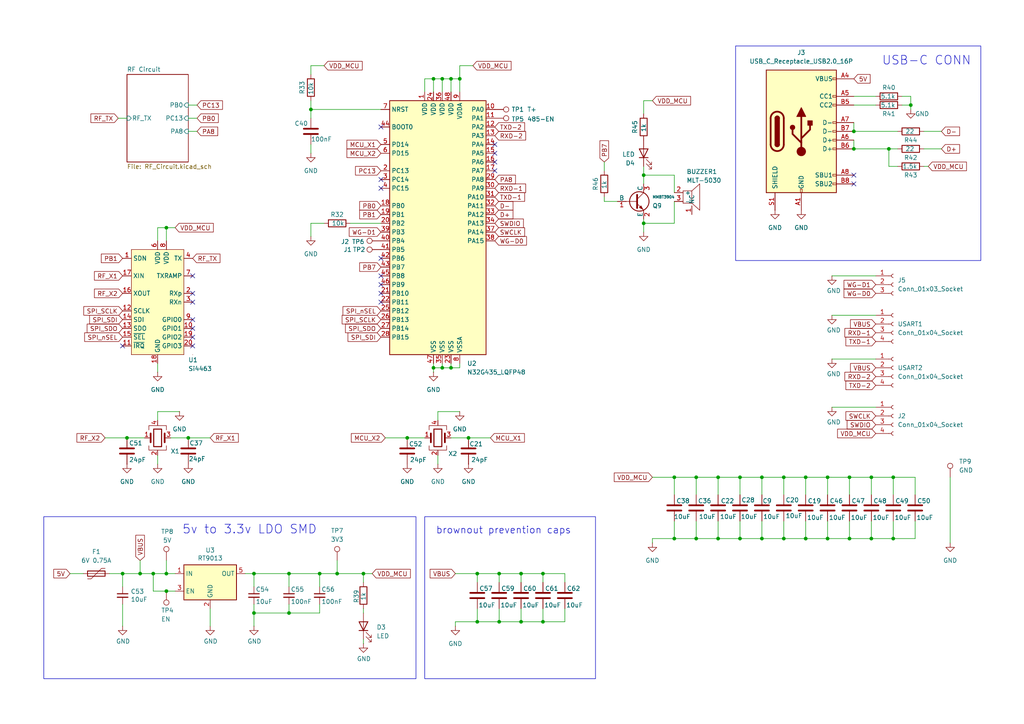
<source format=kicad_sch>
(kicad_sch (version 20250114) (generator "eeschema") (generator_version "9.0")
  (paper "A4")
  (lib_symbols
    (symbol "Connector:Conn_01x03_Socket" (pin_names (offset 1.016) (hide yes))
      (property "Reference" "J" (at 0 5.08 0))
      (property "Value" "Conn_01x03_Socket" (at 0 -5.08 0))
      (symbol "Conn_01x03_Socket_1_1"
        (pin passive line (at -5.08 2.54 0) (length 3.81) (name "Pin_1") (number "1"))
        (pin passive line (at -5.08 0 0) (length 3.81) (name "Pin_2") (number "2"))
        (pin passive line (at -5.08 -2.54 0) (length 3.81) (name "Pin_3") (number "3"))
      )
    )
    (symbol "Connector:Conn_01x04_Socket" (pin_names (offset 1.016) (hide yes))
      (property "Reference" "J" (at 0 5.08 0))
      (property "Value" "Conn_01x04_Socket" (at 0 -7.62 0))
      (symbol "Conn_01x04_Socket_1_1"
        (pin passive line (at -5.08 2.54 0) (length 3.81) (name "Pin_1") (number "1"))
        (pin passive line (at -5.08 0 0) (length 3.81) (name "Pin_2") (number "2"))
        (pin passive line (at -5.08 -2.54 0) (length 3.81) (name "Pin_3") (number "3"))
        (pin passive line (at -5.08 -5.08 0) (length 3.81) (name "Pin_4") (number "4"))
      )
    )
    (symbol "Connector:TestPoint" (pin_numbers (hide yes)) (pin_names (offset 0.762) (hide yes))
      (property "Reference" "TP" (at 0 6.858 0))
      (property "Value" "TestPoint" (at 0 5.08 0))
      (symbol "TestPoint_1_1"
        (pin passive line (at 0 0 90) (length 2.54) (name "1") (number "1"))
      )
    )
    (symbol "Connector:USB_C_Receptacle_USB2.0_16P" (pin_names (offset 1.016))
      (property "Reference" "J" (at 0 22.225 0))
      (property "Value" "USB_C_Receptacle_USB2.0_16P" (at 0 19.685 0))
      (symbol "USB_C_Receptacle_USB2.0_16P_1_1"
        (pin passive line (at -7.62 -22.86 90) (length 5.08) (name "SHIELD") (number "S1"))
        (pin passive line (at 0 -22.86 90) (length 5.08) (name "GND") (number "A1"))
        (pin passive line (at 0 -22.86 90) (length 5.08) (hide yes) (name "GND") (number "A12"))
        (pin passive line (at 0 -22.86 90) (length 5.08) (hide yes) (name "GND") (number "B1"))
        (pin passive line (at 0 -22.86 90) (length 5.08) (hide yes) (name "GND") (number "B12"))
        (pin passive line (at 15.24 15.24 180) (length 5.08) (name "VBUS") (number "A4"))
        (pin passive line (at 15.24 15.24 180) (length 5.08) (hide yes) (name "VBUS") (number "A9"))
        (pin passive line (at 15.24 15.24 180) (length 5.08) (hide yes) (name "VBUS") (number "B4"))
        (pin passive line (at 15.24 15.24 180) (length 5.08) (hide yes) (name "VBUS") (number "B9"))
        (pin bidirectional line (at 15.24 10.16 180) (length 5.08) (name "CC1") (number "A5"))
        (pin bidirectional line (at 15.24 7.62 180) (length 5.08) (name "CC2") (number "B5"))
        (pin bidirectional line (at 15.24 2.54 180) (length 5.08) (name "D-") (number "A7"))
        (pin bidirectional line (at 15.24 0 180) (length 5.08) (name "D-") (number "B7"))
        (pin bidirectional line (at 15.24 -2.54 180) (length 5.08) (name "D+") (number "A6"))
        (pin bidirectional line (at 15.24 -5.08 180) (length 5.08) (name "D+") (number "B6"))
        (pin bidirectional line (at 15.24 -12.7 180) (length 5.08) (name "SBU1") (number "A8"))
        (pin bidirectional line (at 15.24 -15.24 180) (length 5.08) (name "SBU2") (number "B8"))
      )
    )
    (symbol "Device:C" (pin_numbers (hide yes)) (pin_names (offset 0.254))
      (property "Reference" "C" (at 0.635 2.54 0))
      (property "Value" "C" (at 0.635 -2.54 0))
      (symbol "C_1_1"
        (pin passive line (at 0 3.81 270) (length 2.794) (name "~") (number "1"))
        (pin passive line (at 0 -3.81 90) (length 2.794) (name "~") (number "2"))
      )
    )
    (symbol "Device:C_Small" (pin_numbers (hide yes)) (pin_names (offset 0.254) (hide yes))
      (property "Reference" "C" (at 0.254 1.778 0))
      (property "Value" "C_Small" (at 0.254 -2.032 0))
      (symbol "C_Small_1_1"
        (pin passive line (at 0 2.54 270) (length 2.032) (name "~") (number "1"))
        (pin passive line (at 0 -2.54 90) (length 2.032) (name "~") (number "2"))
      )
    )
    (symbol "Device:Crystal_GND24" (pin_names (offset 1.016) (hide yes))
      (property "Reference" "Y" (at 3.175 5.08 0))
      (property "Value" "Crystal_GND24" (at 3.175 3.175 0))
      (symbol "Crystal_GND24_1_1"
        (pin passive line (at -3.81 0 0) (length 1.27) (name "1") (number "1"))
        (pin passive line (at 0 5.08 270) (length 1.27) (name "2") (number "2"))
        (pin passive line (at 0 -5.08 90) (length 1.27) (name "4") (number "4"))
        (pin passive line (at 3.81 0 180) (length 1.27) (name "3") (number "3"))
      )
    )
    (symbol "Device:LED" (pin_numbers (hide yes)) (pin_names (offset 1.016) (hide yes))
      (property "Reference" "D" (at 0 2.54 0))
      (property "Value" "LED" (at 0 -2.54 0))
      (symbol "LED_1_1"
        (pin passive line (at -3.81 0 0) (length 2.54) (name "K") (number "1"))
        (pin passive line (at 3.81 0 180) (length 2.54) (name "A") (number "2"))
      )
    )
    (symbol "Device:Polyfuse" (pin_numbers (hide yes)) (pin_names (offset 0))
      (property "Reference" "F" (at -2.54 0 90))
      (property "Value" "Polyfuse" (at 2.54 0 90))
      (symbol "Polyfuse_1_1"
        (pin passive line (at 0 3.81 270) (length 1.27) (name "~") (number "1"))
        (pin passive line (at 0 -3.81 90) (length 1.27) (name "~") (number "2"))
      )
    )
    (symbol "Device:R" (pin_numbers (hide yes)) (pin_names (offset 0))
      (property "Reference" "R" (at 2.032 0 90))
      (property "Value" "R" (at 0 0 90))
      (symbol "R_1_1"
        (pin passive line (at 0 3.81 270) (length 1.27) (name "~") (number "1"))
        (pin passive line (at 0 -3.81 90) (length 1.27) (name "~") (number "2"))
      )
    )
    (symbol "KLKS:N32G435_LQFP48"
      (property "Reference" "U2" (at 9.7633 -38.1 0))
      (property "Value" "N32G435_LQFP48" (at 9.7633 -40.64 0))
      (symbol "N32G435_LQFP48_1_1"
        (pin input line (at -15.24 35.56 0) (length 2.54) (name "NRST") (number "7"))
        (pin input line (at -15.24 30.48 0) (length 2.54) (name "BOOT0") (number "44"))
        (pin bidirectional line (at -15.24 25.4 0) (length 2.54) (name "PD14") (number "5"))
        (pin bidirectional line (at -15.24 22.86 0) (length 2.54) (name "PD15") (number "6"))
        (pin bidirectional line (at -15.24 17.78 0) (length 2.54) (name "PC13") (number "2"))
        (pin bidirectional line (at -15.24 15.24 0) (length 2.54) (name "PC14") (number "3"))
        (pin bidirectional line (at -15.24 12.7 0) (length 2.54) (name "PC15") (number "4"))
        (pin bidirectional line (at -15.24 7.62 0) (length 2.54) (name "PB0") (number "18"))
        (pin bidirectional line (at -15.24 5.08 0) (length 2.54) (name "PB1") (number "19"))
        (pin bidirectional line (at -15.24 2.54 0) (length 2.54) (name "PB2") (number "20"))
        (pin bidirectional line (at -15.24 0 0) (length 2.54) (name "PB3") (number "39"))
        (pin bidirectional line (at -15.24 -2.54 0) (length 2.54) (name "PB4") (number "40"))
        (pin bidirectional line (at -15.24 -5.08 0) (length 2.54) (name "PB5") (number "41"))
        (pin bidirectional line (at -15.24 -7.62 0) (length 2.54) (name "PB6") (number "42"))
        (pin bidirectional line (at -15.24 -10.16 0) (length 2.54) (name "PB7") (number "43"))
        (pin bidirectional line (at -15.24 -12.7 0) (length 2.54) (name "PB8") (number "45"))
        (pin bidirectional line (at -15.24 -15.24 0) (length 2.54) (name "PB9") (number "46"))
        (pin bidirectional line (at -15.24 -17.78 0) (length 2.54) (name "PB10") (number "21"))
        (pin bidirectional line (at -15.24 -20.32 0) (length 2.54) (name "PB11") (number "22"))
        (pin bidirectional line (at -15.24 -22.86 0) (length 2.54) (name "PB12") (number "25"))
        (pin bidirectional line (at -15.24 -25.4 0) (length 2.54) (name "PB13") (number "26"))
        (pin bidirectional line (at -15.24 -27.94 0) (length 2.54) (name "PB14") (number "27"))
        (pin bidirectional line (at -15.24 -30.48 0) (length 2.54) (name "PB15") (number "28"))
        (pin power_in line (at -2.54 40.64 270) (length 2.54) (name "VDD") (number "1"))
        (pin power_in line (at 0 40.64 270) (length 2.54) (name "VDD") (number "24"))
        (pin passive line (at 0 -38.1 90) (length 2.54) (hide yes) (name "VSS") (number "35"))
        (pin passive line (at 0 -38.1 90) (length 2.54) (hide yes) (name "VSS") (number "47"))
        (pin power_in line (at 0 -38.1 90) (length 2.54) (name "VSS") (number "47"))
        (pin power_in line (at 2.54 40.64 270) (length 2.54) (name "VDD") (number "36"))
        (pin power_in line (at 2.54 -38.1 90) (length 2.54) (name "VSS") (number "35"))
        (pin power_in line (at 5.08 40.64 270) (length 2.54) (name "VDD") (number "48"))
        (pin power_in line (at 5.08 -38.1 90) (length 2.54) (name "VSS") (number "23"))
        (pin power_in line (at 7.62 40.64 270) (length 2.54) (name "VDDA") (number "9"))
        (pin power_in line (at 7.62 -38.1 90) (length 2.54) (name "VSSA") (number "8"))
        (pin bidirectional line (at 17.78 35.56 180) (length 2.54) (name "PA0") (number "10"))
        (pin bidirectional line (at 17.78 33.02 180) (length 2.54) (name "PA1") (number "11"))
        (pin bidirectional line (at 17.78 30.48 180) (length 2.54) (name "PA2") (number "12"))
        (pin bidirectional line (at 17.78 27.94 180) (length 2.54) (name "PA3") (number "13"))
        (pin bidirectional line (at 17.78 25.4 180) (length 2.54) (name "PA4") (number "14"))
        (pin bidirectional line (at 17.78 22.86 180) (length 2.54) (name "PA5") (number "15"))
        (pin bidirectional line (at 17.78 20.32 180) (length 2.54) (name "PA6") (number "16"))
        (pin bidirectional line (at 17.78 17.78 180) (length 2.54) (name "PA7") (number "17"))
        (pin bidirectional line (at 17.78 15.24 180) (length 2.54) (name "PA8") (number "29"))
        (pin bidirectional line (at 17.78 12.7 180) (length 2.54) (name "PA9") (number "30"))
        (pin bidirectional line (at 17.78 10.16 180) (length 2.54) (name "PA10") (number "31"))
        (pin bidirectional line (at 17.78 7.62 180) (length 2.54) (name "PA11") (number "32"))
        (pin bidirectional line (at 17.78 5.08 180) (length 2.54) (name "PA12") (number "33"))
        (pin bidirectional line (at 17.78 2.54 180) (length 2.54) (name "PA13") (number "34"))
        (pin bidirectional line (at 17.78 0 180) (length 2.54) (name "PA14") (number "37"))
        (pin bidirectional line (at 17.78 -2.54 180) (length 2.54) (name "PA15") (number "38"))
      )
    )
    (symbol "LCSC_EasyEDA:MLT-5030"
      (property "Reference" "BUZZER" (at 0 6.35 0))
      (property "Value" "MLT-5030" (at 0 -10.16 0))
      (symbol "MLT-5030_0_1"
        (pin unspecified line (at -3.81 1.27 0) (length 2.54) (name "+") (number "2"))
        (pin unspecified line (at -3.81 -1.27 0) (length 2.54) (name "-") (number "3"))
        (pin unspecified line (at 1.27 -5.08 90) (length 2.54) (name "NC") (number "1"))
      )
    )
    (symbol "PCM_JLCPCB-Transistors:NPN,MMBT3904" (pin_names (offset 0))
      (property "Reference" "Q" (at 4.8514 0.834 0))
      (property "Value" "MMBT3904" (at 4.8514 -1.2122 0))
      (symbol "NPN,MMBT3904_1_1"
        (pin input line (at -5.08 0 0) (length 2.54) (name "B") (number "1"))
        (pin open_collector line (at 2.54 5.08 270) (length 2.54) (name "C") (number "3"))
        (pin open_emitter line (at 2.54 -5.08 90) (length 2.54) (name "E") (number "2"))
      )
    )
    (symbol "RF:Si4463"
      (property "Reference" "U" (at -6.35 16.51 0))
      (property "Value" "Si4463" (at 6.35 16.51 0))
      (symbol "Si4463_1_1"
        (pin input line (at -10.16 12.7 0) (length 2.54) (name "SDN") (number "1"))
        (pin input line (at -10.16 7.62 0) (length 2.54) (name "XIN") (number "17"))
        (pin passive line (at -10.16 2.54 0) (length 2.54) (name "XOUT") (number "16"))
        (pin input line (at -10.16 -2.54 0) (length 2.54) (name "SCLK") (number "12"))
        (pin input line (at -10.16 -5.08 0) (length 2.54) (name "SDI") (number "14"))
        (pin output line (at -10.16 -7.62 0) (length 2.54) (name "SDO") (number "13"))
        (pin input line (at -10.16 -10.16 0) (length 2.54) (name "~{SEL}") (number "15"))
        (pin open_collector line (at -10.16 -12.7 0) (length 2.54) (name "~{IRQ}") (number "11"))
        (pin power_in line (at 0 17.78 270) (length 2.54) (name "VDD") (number "6"))
        (pin power_in line (at 0 -17.78 90) (length 2.54) (name "GND") (number "18"))
        (pin passive line (at 0 -17.78 90) (length 2.54) (hide yes) (name "GND") (number "21"))
        (pin power_in line (at 2.54 17.78 270) (length 2.54) (name "VDD") (number "8"))
        (pin no_connect line (at 7.62 -15.24 180) (length 2.54) (hide yes) (name "NC") (number "5"))
        (pin output line (at 10.16 12.7 180) (length 2.54) (name "TX") (number "4"))
        (pin output line (at 10.16 7.62 180) (length 2.54) (name "TXRAMP") (number "7"))
        (pin input line (at 10.16 2.54 180) (length 2.54) (name "RXp") (number "2"))
        (pin input line (at 10.16 0 180) (length 2.54) (name "RXn") (number "3"))
        (pin bidirectional line (at 10.16 -5.08 180) (length 2.54) (name "GPIO0") (number "9"))
        (pin bidirectional line (at 10.16 -7.62 180) (length 2.54) (name "GPIO1") (number "10"))
        (pin bidirectional line (at 10.16 -10.16 180) (length 2.54) (name "GPIO2") (number "19"))
        (pin bidirectional line (at 10.16 -12.7 180) (length 2.54) (name "GPIO3") (number "20"))
      )
    )
    (symbol "Regulator_Linear:NCV8114ASN120T1G"
      (property "Reference" "U" (at 0 8.89 0))
      (property "Value" "NCV8114ASN120T1G" (at 0 6.35 0))
      (symbol "NCV8114ASN120T1G_1_1"
        (pin power_in line (at -10.16 2.54 0) (length 2.54) (name "IN") (number "1"))
        (pin input line (at -10.16 -2.54 0) (length 2.54) (name "EN") (number "3"))
        (pin power_in line (at 0 -7.62 90) (length 2.54) (name "GND") (number "2"))
        (pin no_connect line (at 7.62 -2.54 180) (length 2.54) (hide yes) (name "NC") (number "4"))
        (pin power_out line (at 10.16 2.54 180) (length 2.54) (name "OUT") (number "5"))
      )
    )
    (symbol "power:GND" (power) (pin_numbers (hide yes)) (pin_names (offset 0) (hide yes))
      (property "Value" "GND" (at 0 -3.81 0))
      (symbol "GND_1_1"
        (pin power_in line (at 0 0 270) (length 0) (name "~") (number "1"))
      )
    )
  )
  (rectangle (start 123.19 149.86) (end 172.72 196.85))
  (rectangle (start 213.36 13.335) (end 284.48 75.565))
  (rectangle (start 12.7 149.86) (end 120.65 196.85))
  (text "5v to 3.3v LDO SMD" (at 72.39 153.67 0) (effects (font (size 2.54 2.54))))
  (text "brownout prevention caps" (at 146.05 153.924 0) (effects (font (size 2 2))))
  (text "USB-C CONN" (at 268.732 17.653 0) (effects (font (size 2.54 2.54))))
  (junction (at 214.63 156.21))
  (junction (at 157.48 166.37))
  (junction (at 83.82 166.37))
  (junction (at 247.65 38.1))
  (junction (at 186.69 64.77))
  (junction (at 227.33 138.43))
  (junction (at 214.63 138.43))
  (junction (at 264.16 30.48))
  (junction (at 186.69 50.8))
  (junction (at 144.78 180.34))
  (junction (at 201.93 138.43))
  (junction (at 73.66 177.8))
  (junction (at 36.83 127))
  (junction (at 240.03 138.43))
  (junction (at 227.33 156.21))
  (junction (at 220.98 138.43))
  (junction (at 48.26 166.37))
  (junction (at 208.28 138.43))
  (junction (at 138.43 166.37))
  (junction (at 252.73 138.43))
  (junction (at 252.73 156.21))
  (junction (at 44.45 166.37))
  (junction (at 135.89 127))
  (junction (at 138.43 180.34))
  (junction (at 246.38 138.43))
  (junction (at 257.81 43.18))
  (junction (at 48.26 66.04))
  (junction (at 208.28 156.21))
  (junction (at 133.35 22.86))
  (junction (at 259.08 156.21))
  (junction (at 83.82 177.8))
  (junction (at 128.27 22.86))
  (junction (at 73.66 166.37))
  (junction (at 92.71 166.37))
  (junction (at 247.65 43.18))
  (junction (at 195.58 138.43))
  (junction (at 240.03 156.21))
  (junction (at 151.13 180.34))
  (junction (at 259.08 138.43))
  (junction (at 125.73 106.68))
  (junction (at 130.81 106.68))
  (junction (at 35.56 166.37))
  (junction (at 130.81 22.86))
  (junction (at 128.27 106.68))
  (junction (at 118.11 127))
  (junction (at 220.98 156.21))
  (junction (at 48.26 171.45))
  (junction (at 233.68 156.21))
  (junction (at 90.17 31.75))
  (junction (at 151.13 166.37))
  (junction (at 144.78 166.37))
  (junction (at 54.61 127))
  (junction (at 201.93 156.21))
  (junction (at 246.38 156.21))
  (junction (at 40.64 166.37))
  (junction (at 195.58 156.21))
  (junction (at 125.73 22.86))
  (junction (at 105.41 166.37))
  (junction (at 97.79 166.37))
  (junction (at 157.48 180.34))
  (junction (at 233.68 138.43))
  (no_connect (at 35.56 100.33))
  (no_connect (at 247.65 53.34))
  (no_connect (at 55.88 92.71))
  (no_connect (at 55.88 80.01))
  (no_connect (at 110.49 80.01))
  (no_connect (at 143.51 46.99))
  (no_connect (at 110.49 74.93))
  (no_connect (at 55.88 100.33))
  (no_connect (at 143.51 49.53))
  (no_connect (at 143.51 44.45))
  (no_connect (at 110.49 36.83))
  (no_connect (at 55.88 95.25))
  (no_connect (at 247.65 50.8))
  (no_connect (at 110.49 87.63))
  (no_connect (at 143.51 41.91))
  (no_connect (at 55.88 97.79))
  (no_connect (at 110.49 52.07))
  (no_connect (at 110.49 54.61))
  (no_connect (at 55.88 87.63))
  (no_connect (at 110.49 82.55))
  (no_connect (at 55.88 85.09))
  (no_connect (at 110.49 85.09))
  (wire (pts (xy 259.08 156.21) (xy 252.73 156.21)))
  (wire (pts (xy 128.27 106.68) (xy 130.81 106.68)))
  (wire (pts (xy 40.64 162.56) (xy 40.64 166.37)))
  (wire (pts (xy 138.43 166.37) (xy 144.78 166.37)))
  (wire (pts (xy 35.56 175.26) (xy 35.56 181.61)))
  (wire (pts (xy 195.58 138.43) (xy 195.58 143.51)))
  (wire (pts (xy 241.3 80.01) (xy 254 80.01)))
  (wire (pts (xy 125.73 107.95) (xy 125.73 106.68)))
  (wire (pts (xy 133.35 119.38) (xy 127 119.38)))
  (wire (pts (xy 247.65 35.56) (xy 247.65 38.1)))
  (wire (pts (xy 227.33 138.43) (xy 220.98 138.43)))
  (wire (pts (xy 151.13 166.37) (xy 157.48 166.37)))
  (wire (pts (xy 92.71 166.37) (xy 97.79 166.37)))
  (wire (pts (xy 261.62 27.94) (xy 264.16 27.94)))
  (wire (pts (xy 93.98 19.05) (xy 90.17 19.05)))
  (wire (pts (xy 240.03 138.43) (xy 233.68 138.43)))
  (wire (pts (xy 35.56 166.37) (xy 40.64 166.37)))
  (wire (pts (xy 128.27 22.86) (xy 125.73 22.86)))
  (wire (pts (xy 52.07 119.38) (xy 45.72 119.38)))
  (wire (pts (xy 157.48 166.37) (xy 163.83 166.37)))
  (wire (pts (xy 227.33 151.13) (xy 227.33 156.21)))
  (wire (pts (xy 60.96 176.53) (xy 60.96 181.61)))
  (wire (pts (xy 128.27 105.41) (xy 128.27 106.68)))
  (wire (pts (xy 133.35 22.86) (xy 133.35 26.67)))
  (wire (pts (xy 214.63 138.43) (xy 208.28 138.43)))
  (wire (pts (xy 105.41 166.37) (xy 105.41 168.91)))
  (wire (pts (xy 241.3 91.44) (xy 254 91.44)))
  (wire (pts (xy 247.65 30.48) (xy 254 30.48)))
  (wire (pts (xy 265.43 143.51) (xy 265.43 138.43)))
  (wire (pts (xy 90.17 29.21) (xy 90.17 31.75)))
  (wire (pts (xy 138.43 166.37) (xy 138.43 168.91)))
  (wire (pts (xy 97.79 162.56) (xy 97.79 166.37)))
  (wire (pts (xy 125.73 22.86) (xy 125.73 26.67)))
  (wire (pts (xy 57.15 30.48) (xy 54.61 30.48)))
  (wire (pts (xy 186.69 29.21) (xy 186.69 33.02)))
  (wire (pts (xy 105.41 176.53) (xy 105.41 177.8)))
  (wire (pts (xy 135.89 127) (xy 142.24 127)))
  (wire (pts (xy 195.58 151.13) (xy 195.58 156.21)))
  (wire (pts (xy 246.38 151.13) (xy 246.38 156.21)))
  (wire (pts (xy 151.13 166.37) (xy 151.13 168.91)))
  (wire (pts (xy 208.28 138.43) (xy 208.28 143.51)))
  (wire (pts (xy 144.78 166.37) (xy 151.13 166.37)))
  (wire (pts (xy 227.33 156.21) (xy 233.68 156.21)))
  (wire (pts (xy 44.45 166.37) (xy 48.26 166.37)))
  (wire (pts (xy 118.11 127) (xy 123.19 127)))
  (wire (pts (xy 265.43 151.13) (xy 265.43 156.21)))
  (wire (pts (xy 125.73 22.86) (xy 123.19 22.86)))
  (wire (pts (xy 195.58 156.21) (xy 201.93 156.21)))
  (wire (pts (xy 233.68 151.13) (xy 233.68 156.21)))
  (wire (pts (xy 107.95 166.37) (xy 105.41 166.37)))
  (wire (pts (xy 30.48 127) (xy 36.83 127)))
  (wire (pts (xy 201.93 138.43) (xy 208.28 138.43)))
  (wire (pts (xy 48.26 166.37) (xy 50.8 166.37)))
  (wire (pts (xy 130.81 22.86) (xy 130.81 26.67)))
  (wire (pts (xy 240.03 143.51) (xy 240.03 138.43)))
  (wire (pts (xy 186.69 63.5) (xy 186.69 64.77)))
  (wire (pts (xy 201.93 156.21) (xy 208.28 156.21)))
  (wire (pts (xy 247.65 43.18) (xy 257.81 43.18)))
  (wire (pts (xy 175.26 46.99) (xy 175.26 49.53)))
  (wire (pts (xy 83.82 175.26) (xy 83.82 177.8)))
  (wire (pts (xy 151.13 176.53) (xy 151.13 180.34)))
  (wire (pts (xy 133.35 105.41) (xy 133.35 106.68)))
  (wire (pts (xy 36.83 34.29) (xy 34.29 34.29)))
  (wire (pts (xy 93.98 64.77) (xy 90.17 64.77)))
  (wire (pts (xy 49.53 127) (xy 54.61 127)))
  (wire (pts (xy 90.17 31.75) (xy 90.17 34.29)))
  (wire (pts (xy 92.71 175.26) (xy 92.71 177.8)))
  (wire (pts (xy 144.78 176.53) (xy 144.78 180.34)))
  (wire (pts (xy 45.72 119.38) (xy 45.72 121.92)))
  (wire (pts (xy 163.83 176.53) (xy 163.83 180.34)))
  (wire (pts (xy 133.35 22.86) (xy 130.81 22.86)))
  (wire (pts (xy 214.63 151.13) (xy 214.63 156.21)))
  (wire (pts (xy 214.63 143.51) (xy 214.63 138.43)))
  (wire (pts (xy 57.15 34.29) (xy 54.61 34.29)))
  (wire (pts (xy 130.81 105.41) (xy 130.81 106.68)))
  (wire (pts (xy 130.81 22.86) (xy 128.27 22.86)))
  (wire (pts (xy 90.17 31.75) (xy 110.49 31.75)))
  (wire (pts (xy 157.48 180.34) (xy 163.83 180.34)))
  (wire (pts (xy 31.75 166.37) (xy 35.56 166.37)))
  (wire (pts (xy 157.48 166.37) (xy 157.48 168.91)))
  (wire (pts (xy 90.17 64.77) (xy 90.17 68.58)))
  (wire (pts (xy 267.97 43.18) (xy 273.05 43.18)))
  (wire (pts (xy 201.93 138.43) (xy 195.58 138.43)))
  (wire (pts (xy 144.78 166.37) (xy 144.78 168.91)))
  (wire (pts (xy 247.65 40.64) (xy 247.65 43.18)))
  (wire (pts (xy 267.97 38.1) (xy 273.05 38.1)))
  (wire (pts (xy 195.58 58.42) (xy 195.58 64.77)))
  (wire (pts (xy 73.66 175.26) (xy 73.66 177.8)))
  (wire (pts (xy 48.26 66.04) (xy 48.26 69.85)))
  (wire (pts (xy 265.43 138.43) (xy 259.08 138.43)))
  (wire (pts (xy 186.69 64.77) (xy 186.69 67.31)))
  (wire (pts (xy 151.13 180.34) (xy 157.48 180.34)))
  (wire (pts (xy 246.38 143.51) (xy 246.38 138.43)))
  (wire (pts (xy 101.6 64.77) (xy 110.49 64.77)))
  (wire (pts (xy 163.83 166.37) (xy 163.83 168.91)))
  (wire (pts (xy 220.98 156.21) (xy 227.33 156.21)))
  (wire (pts (xy 57.15 38.1) (xy 54.61 38.1)))
  (wire (pts (xy 264.16 27.94) (xy 264.16 30.48)))
  (wire (pts (xy 20.32 166.37) (xy 24.13 166.37)))
  (wire (pts (xy 189.23 156.21) (xy 189.23 157.48)))
  (wire (pts (xy 189.23 138.43) (xy 195.58 138.43)))
  (wire (pts (xy 264.16 30.48) (xy 264.16 31.75)))
  (wire (pts (xy 208.28 156.21) (xy 214.63 156.21)))
  (wire (pts (xy 252.73 143.51) (xy 252.73 138.43)))
  (wire (pts (xy 246.38 156.21) (xy 240.03 156.21)))
  (wire (pts (xy 220.98 156.21) (xy 214.63 156.21)))
  (wire (pts (xy 132.08 180.34) (xy 138.43 180.34)))
  (wire (pts (xy 195.58 55.88) (xy 195.58 50.8)))
  (wire (pts (xy 83.82 177.8) (xy 73.66 177.8)))
  (wire (pts (xy 35.56 170.18) (xy 35.56 166.37)))
  (wire (pts (xy 195.58 50.8) (xy 186.69 50.8)))
  (wire (pts (xy 252.73 138.43) (xy 246.38 138.43)))
  (wire (pts (xy 40.64 166.37) (xy 44.45 166.37)))
  (wire (pts (xy 252.73 138.43) (xy 259.08 138.43)))
  (wire (pts (xy 50.8 171.45) (xy 48.26 171.45)))
  (wire (pts (xy 127 132.08) (xy 127 134.62)))
  (wire (pts (xy 240.03 151.13) (xy 240.03 156.21)))
  (wire (pts (xy 73.66 177.8) (xy 73.66 181.61)))
  (wire (pts (xy 260.35 48.26) (xy 257.81 48.26)))
  (wire (pts (xy 90.17 19.05) (xy 90.17 21.59)))
  (wire (pts (xy 45.72 134.62) (xy 45.72 132.08)))
  (wire (pts (xy 111.76 127) (xy 118.11 127)))
  (wire (pts (xy 201.93 151.13) (xy 201.93 156.21)))
  (wire (pts (xy 157.48 176.53) (xy 157.48 180.34)))
  (wire (pts (xy 275.59 138.43) (xy 275.59 157.48)))
  (wire (pts (xy 220.98 143.51) (xy 220.98 138.43)))
  (wire (pts (xy 257.81 48.26) (xy 257.81 43.18)))
  (wire (pts (xy 48.26 66.04) (xy 50.8 66.04)))
  (wire (pts (xy 128.27 22.86) (xy 128.27 26.67)))
  (wire (pts (xy 127 119.38) (xy 127 121.92)))
  (wire (pts (xy 48.26 162.56) (xy 48.26 166.37)))
  (wire (pts (xy 83.82 166.37) (xy 92.71 166.37)))
  (wire (pts (xy 133.35 19.05) (xy 133.35 22.86)))
  (wire (pts (xy 261.62 30.48) (xy 264.16 30.48)))
  (wire (pts (xy 144.78 180.34) (xy 151.13 180.34)))
  (wire (pts (xy 257.81 43.18) (xy 260.35 43.18)))
  (wire (pts (xy 71.12 166.37) (xy 73.66 166.37)))
  (wire (pts (xy 233.68 143.51) (xy 233.68 138.43)))
  (wire (pts (xy 45.72 66.04) (xy 48.26 66.04)))
  (wire (pts (xy 241.3 104.14) (xy 254 104.14)))
  (wire (pts (xy 73.66 166.37) (xy 83.82 166.37)))
  (wire (pts (xy 195.58 64.77) (xy 186.69 64.77)))
  (wire (pts (xy 125.73 106.68) (xy 128.27 106.68)))
  (wire (pts (xy 233.68 138.43) (xy 227.33 138.43)))
  (wire (pts (xy 265.43 156.21) (xy 259.08 156.21)))
  (wire (pts (xy 132.08 166.37) (xy 138.43 166.37)))
  (wire (pts (xy 259.08 143.51) (xy 259.08 138.43)))
  (wire (pts (xy 73.66 170.18) (xy 73.66 166.37)))
  (wire (pts (xy 201.93 143.51) (xy 201.93 138.43)))
  (wire (pts (xy 267.97 48.26) (xy 269.24 48.26)))
  (wire (pts (xy 175.26 58.42) (xy 179.07 58.42)))
  (wire (pts (xy 130.81 127) (xy 135.89 127)))
  (wire (pts (xy 105.41 166.37) (xy 97.79 166.37)))
  (wire (pts (xy 252.73 156.21) (xy 246.38 156.21)))
  (wire (pts (xy 130.81 106.68) (xy 133.35 106.68)))
  (wire (pts (xy 36.83 127) (xy 41.91 127)))
  (wire (pts (xy 247.65 38.1) (xy 260.35 38.1)))
  (wire (pts (xy 45.72 69.85) (xy 45.72 66.04)))
  (wire (pts (xy 105.41 185.42) (xy 105.41 186.69)))
  (wire (pts (xy 186.69 50.8) (xy 186.69 53.34)))
  (wire (pts (xy 240.03 156.21) (xy 233.68 156.21)))
  (wire (pts (xy 132.08 180.34) (xy 132.08 181.61)))
  (wire (pts (xy 241.3 118.11) (xy 254 118.11)))
  (wire (pts (xy 246.38 138.43) (xy 240.03 138.43)))
  (wire (pts (xy 259.08 151.13) (xy 259.08 156.21)))
  (wire (pts (xy 60.96 127) (xy 54.61 127)))
  (wire (pts (xy 208.28 151.13) (xy 208.28 156.21)))
  (wire (pts (xy 83.82 166.37) (xy 83.82 170.18)))
  (wire (pts (xy 44.45 171.45) (xy 48.26 171.45)))
  (wire (pts (xy 45.72 105.41) (xy 45.72 107.95)))
  (wire (pts (xy 189.23 29.21) (xy 186.69 29.21)))
  (wire (pts (xy 220.98 138.43) (xy 214.63 138.43)))
  (wire (pts (xy 138.43 180.34) (xy 144.78 180.34)))
  (wire (pts (xy 92.71 177.8) (xy 83.82 177.8)))
  (wire (pts (xy 186.69 48.26) (xy 186.69 50.8)))
  (wire (pts (xy 220.98 151.13) (xy 220.98 156.21)))
  (wire (pts (xy 189.23 156.21) (xy 195.58 156.21)))
  (wire (pts (xy 44.45 171.45) (xy 44.45 166.37)))
  (wire (pts (xy 125.73 105.41) (xy 125.73 106.68)))
  (wire (pts (xy 252.73 151.13) (xy 252.73 156.21)))
  (wire (pts (xy 175.26 58.42) (xy 175.26 57.15)))
  (wire (pts (xy 90.17 41.91) (xy 90.17 44.45)))
  (wire (pts (xy 137.16 19.05) (xy 133.35 19.05)))
  (wire (pts (xy 227.33 143.51) (xy 227.33 138.43)))
  (wire (pts (xy 247.65 27.94) (xy 254 27.94)))
  (wire (pts (xy 92.71 166.37) (xy 92.71 170.18)))
  (wire (pts (xy 138.43 176.53) (xy 138.43 180.34)))
  (wire (pts (xy 123.19 22.86) (xy 123.19 26.67)))
  (global_label "D+" (shape input) (at 273.05 43.18 0) (property "Intersheetrefs" "${INTERSHEET_REFS}" (effects (hide yes))))
  (global_label "PB0" (shape input) (at 57.15 34.29 0) (property "Intersheetrefs" "${INTERSHEET_REFS}" (effects (hide yes))))
  (global_label "5V" (shape input) (at 247.65 22.86 0) (property "Intersheetrefs" "${INTERSHEET_REFS}" (effects (hide yes))))
  (global_label "RXD-2" (shape input) (at 143.51 39.37 0) (property "Intersheetrefs" "${INTERSHEET_REFS}" (effects (hide yes))))
  (global_label "RF_X2" (shape input) (at 35.56 85.09 180) (property "Intersheetrefs" "${INTERSHEET_REFS}" (effects (hide yes))))
  (global_label "MCU_X1" (shape input) (at 142.24 127 0) (property "Intersheetrefs" "${INTERSHEET_REFS}" (effects (hide yes))))
  (global_label "TXD-1" (shape input) (at 143.51 57.15 0) (property "Intersheetrefs" "${INTERSHEET_REFS}" (effects (hide yes))))
  (global_label "WG-D1" (shape input) (at 254 82.55 180) (property "Intersheetrefs" "${INTERSHEET_REFS}" (effects (hide yes))))
  (global_label "TXD-2" (shape input) (at 143.51 36.83 0) (property "Intersheetrefs" "${INTERSHEET_REFS}" (effects (hide yes))))
  (global_label "SWDIO" (shape input) (at 143.51 64.77 0) (property "Intersheetrefs" "${INTERSHEET_REFS}" (effects (hide yes))))
  (global_label "SPI_SDO" (shape input) (at 35.56 95.25 180) (property "Intersheetrefs" "${INTERSHEET_REFS}" (effects (hide yes))))
  (global_label "5V" (shape input) (at 20.32 166.37 180) (property "Intersheetrefs" "${INTERSHEET_REFS}" (effects (hide yes))))
  (global_label "SWDIO" (shape input) (at 254 123.19 180) (property "Intersheetrefs" "${INTERSHEET_REFS}" (effects (hide yes))))
  (global_label "WG-D1" (shape input) (at 110.49 67.31 180) (property "Intersheetrefs" "${INTERSHEET_REFS}" (effects (hide yes))))
  (global_label "RF_TX" (shape input) (at 34.29 34.29 180) (property "Intersheetrefs" "${INTERSHEET_REFS}" (effects (hide yes))))
  (global_label "RF_TX" (shape input) (at 55.88 74.93 0) (property "Intersheetrefs" "${INTERSHEET_REFS}" (effects (hide yes))))
  (global_label "MCU_X2" (shape input) (at 111.76 127 180) (property "Intersheetrefs" "${INTERSHEET_REFS}" (effects (hide yes))))
  (global_label "PA8" (shape input) (at 143.51 52.07 0) (property "Intersheetrefs" "${INTERSHEET_REFS}" (effects (hide yes))))
  (global_label "RF_X1" (shape input) (at 60.96 127 0) (property "Intersheetrefs" "${INTERSHEET_REFS}" (effects (hide yes))))
  (global_label "VBUS" (shape input) (at 254 106.68 180) (property "Intersheetrefs" "${INTERSHEET_REFS}" (effects (hide yes))))
  (global_label "SPI_nSEL" (shape input) (at 35.56 97.79 180) (property "Intersheetrefs" "${INTERSHEET_REFS}" (effects (hide yes))))
  (global_label "TXD-1" (shape input) (at 254 99.06 180) (property "Intersheetrefs" "${INTERSHEET_REFS}" (effects (hide yes))))
  (global_label "D+" (shape input) (at 143.51 62.23 0) (property "Intersheetrefs" "${INTERSHEET_REFS}" (effects (hide yes))))
  (global_label "PB1" (shape input) (at 35.56 74.93 180) (property "Intersheetrefs" "${INTERSHEET_REFS}" (effects (hide yes))))
  (global_label "RF_X1" (shape input) (at 35.56 80.01 180) (property "Intersheetrefs" "${INTERSHEET_REFS}" (effects (hide yes))))
  (global_label "PB0" (shape input) (at 110.49 59.69 180) (property "Intersheetrefs" "${INTERSHEET_REFS}" (effects (hide yes))))
  (global_label "WG-D0" (shape input) (at 143.51 69.85 0) (property "Intersheetrefs" "${INTERSHEET_REFS}" (effects (hide yes))))
  (global_label "SPI_SDI" (shape input) (at 35.56 92.71 180) (property "Intersheetrefs" "${INTERSHEET_REFS}" (effects (hide yes))))
  (global_label "PB1" (shape input) (at 110.49 62.23 180) (property "Intersheetrefs" "${INTERSHEET_REFS}" (effects (hide yes))))
  (global_label "MCU_X1" (shape input) (at 110.49 41.91 180) (property "Intersheetrefs" "${INTERSHEET_REFS}" (effects (hide yes))))
  (global_label "RXD-1" (shape input) (at 143.51 54.61 0) (property "Intersheetrefs" "${INTERSHEET_REFS}" (effects (hide yes))))
  (global_label "SPI_SCLK" (shape input) (at 110.49 92.71 180) (property "Intersheetrefs" "${INTERSHEET_REFS}" (effects (hide yes))))
  (global_label "RXD-2" (shape input) (at 254 109.22 180) (property "Intersheetrefs" "${INTERSHEET_REFS}" (effects (hide yes))))
  (global_label "PB7" (shape input) (at 175.26 46.99 90) (property "Intersheetrefs" "${INTERSHEET_REFS}" (effects (hide yes))))
  (global_label "VDD_MCU" (shape input) (at 107.95 166.37 0) (property "Intersheetrefs" "${INTERSHEET_REFS}" (effects (hide yes))))
  (global_label "D-" (shape input) (at 273.05 38.1 0) (property "Intersheetrefs" "${INTERSHEET_REFS}" (effects (hide yes))))
  (global_label "PC13" (shape input) (at 110.49 49.53 180) (property "Intersheetrefs" "${INTERSHEET_REFS}" (effects (hide yes))))
  (global_label "VDD_MCU" (shape input) (at 269.24 48.26 0) (property "Intersheetrefs" "${INTERSHEET_REFS}" (effects (hide yes))))
  (global_label "VDD_MCU" (shape input) (at 50.8 66.04 0) (property "Intersheetrefs" "${INTERSHEET_REFS}" (effects (hide yes))))
  (global_label "VDD_MCU" (shape input) (at 189.23 138.43 180) (property "Intersheetrefs" "${INTERSHEET_REFS}" (effects (hide yes))))
  (global_label "SWCLK" (shape input) (at 143.51 67.31 0) (property "Intersheetrefs" "${INTERSHEET_REFS}" (effects (hide yes))))
  (global_label "PA8" (shape input) (at 57.15 38.1 0) (property "Intersheetrefs" "${INTERSHEET_REFS}" (effects (hide yes))))
  (global_label "VDD_MCU" (shape input) (at 189.23 29.21 0) (property "Intersheetrefs" "${INTERSHEET_REFS}" (effects (hide yes))))
  (global_label "SWCLK" (shape input) (at 254 120.65 180) (property "Intersheetrefs" "${INTERSHEET_REFS}" (effects (hide yes))))
  (global_label "SPI_SCLK" (shape input) (at 35.56 90.17 180) (property "Intersheetrefs" "${INTERSHEET_REFS}" (effects (hide yes))))
  (global_label "PB7" (shape input) (at 110.49 77.47 180) (property "Intersheetrefs" "${INTERSHEET_REFS}" (effects (hide yes))))
  (global_label "PC13" (shape input) (at 57.15 30.48 0) (property "Intersheetrefs" "${INTERSHEET_REFS}" (effects (hide yes))))
  (global_label "VDD_MCU" (shape input) (at 93.98 19.05 0) (property "Intersheetrefs" "${INTERSHEET_REFS}" (effects (hide yes))))
  (global_label "SPI_SDO" (shape input) (at 110.49 95.25 180) (property "Intersheetrefs" "${INTERSHEET_REFS}" (effects (hide yes))))
  (global_label "TXD-2" (shape input) (at 254 111.76 180) (property "Intersheetrefs" "${INTERSHEET_REFS}" (effects (hide yes))))
  (global_label "VDD_MCU" (shape input) (at 137.16 19.05 0) (property "Intersheetrefs" "${INTERSHEET_REFS}" (effects (hide yes))))
  (global_label "VBUS" (shape input) (at 40.64 162.56 90) (property "Intersheetrefs" "${INTERSHEET_REFS}" (effects (hide yes))))
  (global_label "SPI_SDI" (shape input) (at 110.49 97.79 180) (property "Intersheetrefs" "${INTERSHEET_REFS}" (effects (hide yes))))
  (global_label "VBUS" (shape input) (at 254 93.98 180) (property "Intersheetrefs" "${INTERSHEET_REFS}" (effects (hide yes))))
  (global_label "SPI_nSEL" (shape input) (at 110.49 90.17 180) (property "Intersheetrefs" "${INTERSHEET_REFS}" (effects (hide yes))))
  (global_label "D-" (shape input) (at 143.51 59.69 0) (property "Intersheetrefs" "${INTERSHEET_REFS}" (effects (hide yes))))
  (global_label "VBUS" (shape input) (at 132.08 166.37 180) (property "Intersheetrefs" "${INTERSHEET_REFS}" (effects (hide yes))))
  (global_label "RF_X2" (shape input) (at 30.48 127 180) (property "Intersheetrefs" "${INTERSHEET_REFS}" (effects (hide yes))))
  (global_label "WG-D0" (shape input) (at 254 85.09 180) (property "Intersheetrefs" "${INTERSHEET_REFS}" (effects (hide yes))))
  (global_label "VDD_MCU" (shape input) (at 254 125.73 180) (property "Intersheetrefs" "${INTERSHEET_REFS}" (effects (hide yes))))
  (global_label "RXD-1" (shape input) (at 254 96.52 180) (property "Intersheetrefs" "${INTERSHEET_REFS}" (effects (hide yes))))
  (global_label "MCU_X2" (shape input) (at 110.49 44.45 180) (property "Intersheetrefs" "${INTERSHEET_REFS}" (effects (hide yes))))
  (symbol (lib_id "Device:Crystal_GND24") (at 45.72 127 0) (mirror x) (unit 1)
    (property "Reference" "X1" (at 50.8 130.8802 0))
    (property "Value" "X322525MOB4SI" (effects (hide yes)))
    (property "Footprint" "PCM_JLCPCB:OSC-SMD_4P-L3.2-W2.5-BL" (effects (hide yes)))
    (property "Description" "Four pin crystal, GND on pins 2 and 4" (effects (hide yes)))
    (property "LCSC" "C9006" (effects (hide yes)))
    (property "Stock" "307445" (effects (hide yes)))
    (property "Price" "0.068USD" (effects (hide yes)))
    (property "Process" "SMT" (effects (hide yes)))
    (property "Minimum Qty" "5" (effects (hide yes)))
    (property "Attrition Qty" "4" (effects (hide yes)))
    (property "Class" "Basic Component" (effects (hide yes)))
    (property "Category" "Crystals/Oscillators/Resonators,Crystals" (effects (hide yes)))
    (property "Manufacturer" "Yangxing Tech" (effects (hide yes)))
    (property "Part" "X322525MOB4SI" (effects (hide yes)))
    (property "Frequency" "30MHz" (effects (hide yes)))
    (property "Frequency Stability" "±20ppm" (effects (hide yes)))
    (property "Operating Temperature" "-40°C~+85°C" (effects (hide yes)))
    (property "Frequency Tolerance" "±10ppm" (effects (hide yes)))
    (property "Crystal Type" "SMD Crystal Resonator" (effects (hide yes)))
    (property "Load Capacitance" "12pF" (effects (hide yes)))
    (property "Normal Temperature Frequency Tolerance" "±10ppm" (effects (hide yes)))
    (property "Type" "Surface Mount Crystal" (effects (hide yes)))
  )
  (symbol (lib_id "Device:R") (at 264.16 43.18 90) (unit 1)
    (property "Reference" "R42" (at 264.16 45.72 90))
    (property "Value" "22" (at 263.906 43.18 90))
    (property "Footprint" "Resistor_SMD:R_0805_2012Metric_Pad1.20x1.40mm_HandSolder" (effects (hide yes)))
    (property "Description" "Resistor" (effects (hide yes)))
  )
  (symbol (lib_id "power:GND") (at 52.07 119.38 0) (unit 1)
    (property "Reference" "#PWR048" (effects (hide yes)))
    (property "Value" "GND" (at 52.07 124.46 0))
    (property "Description" "Power symbol creates a global label with name \"GND\" , ground" (effects (hide yes)))
  )
  (symbol (lib_id "Device:C") (at 135.89 130.81 0) (unit 1)
    (property "Reference" "C21" (at 136.144 128.778 0) (effects (justify left)))
    (property "Value" "24pF" (at 136.652 133.35 0) (effects (justify left)))
    (property "Footprint" "Capacitor_SMD:C_0805_2012Metric_Pad1.18x1.45mm_HandSolder" (effects (hide yes)))
    (property "Description" "Unpolarized capacitor" (effects (hide yes)))
  )
  (symbol (lib_id "power:GND") (at 45.72 134.62 0) (unit 1)
    (property "Reference" "#PWR049" (effects (hide yes)))
    (property "Value" "GND" (at 45.72 139.7 0))
    (property "Description" "Power symbol creates a global label with name \"GND\" , ground" (effects (hide yes)))
  )
  (symbol (lib_id "Device:C") (at 195.58 147.32 0) (unit 1)
    (property "Reference" "C38" (at 198.12 145.288 0))
    (property "Value" "10uF" (at 197.866 149.86 0))
    (property "Footprint" "Capacitor_SMD:C_0805_2012Metric_Pad1.18x1.45mm_HandSolder" (effects (hide yes)))
    (property "Description" "Unpolarized capacitor" (effects (hide yes)))
  )
  (symbol (lib_id "Device:C") (at 118.11 130.81 0) (unit 1)
    (property "Reference" "C52" (at 118.618 128.778 0) (effects (justify left)))
    (property "Value" "24pF" (at 118.872 133.35 0) (effects (justify left)))
    (property "Footprint" "Capacitor_SMD:C_0805_2012Metric_Pad1.18x1.45mm_HandSolder" (effects (hide yes)))
    (property "Description" "Unpolarized capacitor" (effects (hide yes)))
  )
  (symbol (lib_id "Connector:Conn_01x04_Socket") (at 259.08 93.98 0) (unit 1)
    (property "Reference" "USART1" (at 260.35 93.9799 0) (effects (justify left)))
    (property "Value" "Conn_01x04_Socket" (at 260.35 96.5199 0) (effects (justify left)))
    (property "Footprint" "Connector_PinHeader_2.54mm:PinHeader_1x04_P2.54mm_Vertical" (effects (hide yes)))
    (property "Description" "Generic connector, single row, 01x04, script generated" (effects (hide yes)))
  )
  (symbol (lib_id "Device:C") (at 233.68 147.32 0) (unit 1)
    (property "Reference" "C19" (at 236.22 145.288 0))
    (property "Value" "10uF" (at 236.474 150.114 0))
    (property "Footprint" "Capacitor_SMD:C_0805_2012Metric_Pad1.18x1.45mm_HandSolder" (effects (hide yes)))
    (property "Description" "Unpolarized capacitor" (effects (hide yes)))
  )
  (symbol (lib_id "Device:C") (at 163.83 172.72 0) (unit 1)
    (property "Reference" "C62" (at 166.37 170.688 0))
    (property "Value" "10uF" (at 166.624 175.514 0))
    (property "Footprint" "Capacitor_SMD:C_1206_3216Metric_Pad1.33x1.80mm_HandSolder" (effects (hide yes)))
    (property "Description" "Unpolarized capacitor" (effects (hide yes)))
  )
  (symbol (lib_id "power:GND") (at 275.59 157.48 0) (unit 1)
    (property "Reference" "#PWR036" (effects (hide yes)))
    (property "Value" "GND" (at 275.59 162.56 0))
    (property "Description" "Power symbol creates a global label with name \"GND\" , ground" (effects (hide yes)))
  )
  (symbol (lib_id "Device:C") (at 246.38 147.32 0) (unit 1)
    (property "Reference" "C47" (at 248.92 145.288 0))
    (property "Value" "10uF" (at 249.174 150.114 0))
    (property "Footprint" "Capacitor_SMD:C_0805_2012Metric_Pad1.18x1.45mm_HandSolder" (effects (hide yes)))
    (property "Description" "Unpolarized capacitor" (effects (hide yes)))
  )
  (symbol (lib_id "Device:R") (at 264.16 38.1 90) (unit 1)
    (property "Reference" "R44" (at 264.16 40.64 90))
    (property "Value" "22" (at 263.906 38.1 90))
    (property "Footprint" "Resistor_SMD:R_0805_2012Metric_Pad1.20x1.40mm_HandSolder" (effects (hide yes)))
    (property "Description" "Resistor" (effects (hide yes)))
  )
  (symbol (lib_id "Device:LED") (at 105.41 181.61 90) (unit 1)
    (property "Reference" "D3" (at 109.22 181.9274 90) (effects (justify right)))
    (property "Value" "LED" (at 109.22 184.4674 90) (effects (justify right)))
    (property "Footprint" "LED_SMD:LED_0805_2012Metric_Pad1.15x1.40mm_HandSolder" (effects (hide yes)))
    (property "Description" "Light emitting diode" (effects (hide yes)))
    (property "Sim.Pins" "1=K 2=A" (effects (hide yes)))
  )
  (symbol (lib_id "PCM_JLCPCB-Transistors:NPN,MMBT3904") (at 184.15 58.42 0) (unit 1)
    (property "Reference" "Q9" (at 189.23 59.6901 0) (effects (justify left)))
    (property "Value" "MMBT3904" (at 189.23 57.15 0) (effects (font (size 0.8 0.8)) (justify left)))
    (property "Footprint" "PCM_JLCPCB:Q_SOT-23" (effects (hide yes)))
    (property "Datasheet" "https://wmsc.lcsc.com/wmsc/upload/file/pdf/v2/lcsc/2312221203_hongjiacheng-MMBT3904_C7420353.pdf" (effects (hide yes)))
    (property "Description" "40V 200mW 100@10mA,1.0V 200mA NPN SOT-23 Bipolar (BJT) ROHS" (effects (hide yes)))
    (property "LCSC" "C7420353" (effects (hide yes)))
    (property "Stock" "795529" (effects (hide yes)))
    (property "Price" "0.013USD" (effects (hide yes)))
    (property "Process" "SMT" (effects (hide yes)))
    (property "Minimum Qty" "10" (effects (hide yes)))
    (property "Attrition Qty" "5" (effects (hide yes)))
    (property "Class" "Preferred Component" (effects (hide yes)))
    (property "Category" "Triode/MOS Tube/Transistor,Bipolar Transistors - BJT" (effects (hide yes)))
    (property "Manufacturer" "hongjiacheng" (effects (hide yes)))
    (property "Part" "MMBT3904" (effects (hide yes)))
    (property "Transition Frequency (fT)" "300MHz" (effects (hide yes)))
    (property "Operating Temperature" "-55°C~+150°C" (effects (hide yes)))
    (property "Collector Cut-Off Current (Icbo)" "0.1uA" (effects (hide yes)))
    (property "Transistor Type" "NPN" (effects (hide yes)))
    (property "DC Current Gain (hFE@Ic,Vce)" "100@10mA,1.0V" (effects (hide yes)))
    (property "Power Dissipation (Pd)" "null" (effects (hide yes)))
    (property "Collector Current (Ic)" "null" (effects (hide yes)))
    (property "Collector-Emitter Saturation Voltage (VCE(sat)@Ic,Ib)" "0.3V@50mA,5.0mA" (effects (hide yes)))
    (property "Collector-Emitter Breakdown Voltage (Vceo)" "null" (effects (hide yes)))
  )
  (symbol (lib_id "Device:C") (at 214.63 147.32 180) (unit 1)
    (property "Reference" "C28" (at 218.948 145.034 0) (effects (justify left)))
    (property "Value" "10uF" (at 219.71 149.86 0) (effects (justify left)))
    (property "Footprint" "Capacitor_SMD:C_0805_2012Metric_Pad1.18x1.45mm_HandSolder" (effects (hide yes)))
    (property "Description" "Unpolarized capacitor" (effects (hide yes)))
  )
  (symbol (lib_id "power:GND") (at 90.17 44.45 0) (unit 1)
    (property "Reference" "#PWR013" (effects (hide yes)))
    (property "Value" "GND" (at 90.17 49.53 0))
    (property "Description" "Power symbol creates a global label with name \"GND\" , ground" (effects (hide yes)))
  )
  (symbol (lib_id "power:GND") (at 133.35 119.38 0) (unit 1)
    (property "Reference" "#PWR046" (effects (hide yes)))
    (property "Value" "GND" (at 133.35 124.46 0))
    (property "Description" "Power symbol creates a global label with name \"GND\" , ground" (effects (hide yes)))
  )
  (symbol (lib_id "RF:Si4463") (at 45.72 87.63 0) (unit 1)
    (property "Reference" "U1" (at 54.61 104.394 0) (effects (justify left)))
    (property "Value" "Si4463" (at 54.61 106.934 0) (effects (justify left)))
    (property "Footprint" "Package_DFN_QFN:QFN-20-1EP_4x4mm_P0.5mm_EP2.6x2.6mm_ThermalVias" (effects (hide yes)))
    (property "Datasheet" "https://www.silabs.com/documents/public/data-sheets/Si4464-63-61-60.pdf" (effects (hide yes)))
    (property "Description" "High-Performance, Low-Current Sub-GHz Transceiver, +20dBm, Major bands 142-1050 MHz, QFN-20" (effects (hide yes)))
  )
  (symbol (lib_id "Device:C") (at 227.33 147.32 0) (unit 1)
    (property "Reference" "C20" (at 227.838 145.034 0) (effects (justify left)))
    (property "Value" "10uF" (at 227.838 149.606 0) (effects (justify left)))
    (property "Footprint" "Capacitor_SMD:C_0805_2012Metric_Pad1.18x1.45mm_HandSolder" (effects (hide yes)))
    (property "Description" "Unpolarized capacitor" (effects (hide yes)))
  )
  (symbol (lib_id "Device:C") (at 265.43 147.32 0) (unit 1)
    (property "Reference" "C50" (at 267.97 145.288 0))
    (property "Value" "10uF" (at 268.224 150.114 0))
    (property "Footprint" "Capacitor_SMD:C_0805_2012Metric_Pad1.18x1.45mm_HandSolder" (effects (hide yes)))
    (property "Description" "Unpolarized capacitor" (effects (hide yes)))
  )
  (symbol (lib_id "Device:C") (at 54.61 130.81 0) (unit 1)
    (property "Reference" "C37" (at 56.896 128.524 0))
    (property "Value" "24pF" (at 57.15 133.096 0))
    (property "Footprint" "Capacitor_SMD:C_0805_2012Metric_Pad1.18x1.45mm_HandSolder" (effects (hide yes)))
    (property "Description" "Unpolarized capacitor" (effects (hide yes)))
  )
  (symbol (lib_id "power:GND") (at 189.23 157.48 0) (unit 1)
    (property "Reference" "#PWR021" (effects (hide yes)))
    (property "Value" "GND" (at 189.23 162.56 0))
    (property "Description" "Power symbol creates a global label with name \"GND\" , ground" (effects (hide yes)))
  )
  (symbol (lib_id "LCSC_EasyEDA:MLT-5030") (at 199.39 57.15 0) (unit 1)
    (property "Reference" "BUZZER1" (at 199.136 49.784 0) (effects (justify left)))
    (property "Value" "MLT-5030" (at 199.136 52.324 0) (effects (justify left)))
    (property "Footprint" "EasyEDA:BUZ-SMD_3P-L5.2-W5.2-P3.50-BR" (effects (hide yes)))
    (property "Datasheet" "https://lcsc.com/product-detail/Buzzers_MLT-5030_C95297.html" (effects (hide yes)))
    (property "LCSC Part" "C95297" (effects (hide yes)))
  )
  (symbol (lib_id "Connector:Conn_01x04_Socket") (at 259.08 120.65 0) (unit 1)
    (property "Reference" "J2" (at 260.35 120.6499 0) (effects (justify left)))
    (property "Value" "Conn_01x04_Socket" (at 260.35 123.19 0) (effects (justify left)))
    (property "Footprint" "Connector_PinHeader_2.54mm:PinHeader_1x04_P2.54mm_Vertical" (effects (hide yes)))
    (property "Description" "Generic connector, single row, 01x04, script generated" (effects (hide yes)))
  )
  (symbol (lib_id "Connector:TestPoint") (at 110.49 69.85 90) (unit 1)
    (property "Reference" "TP6" (at 103.886 70.104 90))
    (property "Value" "J2" (at 100.076 70.104 90))
    (property "Footprint" "TestPoint:TestPoint_Pad_D1.5mm" (effects (hide yes)))
    (property "Description" "test point" (effects (hide yes)))
  )
  (symbol (lib_id "Device:C") (at 240.03 147.32 0) (unit 1)
    (property "Reference" "C46" (at 242.57 145.288 0))
    (property "Value" "10uF" (at 242.824 150.114 0))
    (property "Footprint" "Capacitor_SMD:C_0805_2012Metric_Pad1.18x1.45mm_HandSolder" (effects (hide yes)))
    (property "Description" "Unpolarized capacitor" (effects (hide yes)))
  )
  (symbol (lib_id "power:GND") (at 45.72 107.95 0) (unit 1)
    (property "Reference" "#PWR031" (effects (hide yes)))
    (property "Value" "GND" (at 45.72 113.03 0))
    (property "Description" "Power symbol creates a global label with name \"GND\" , ground" (effects (hide yes)))
  )
  (symbol (lib_id "Connector:TestPoint") (at 97.79 162.56 0) (unit 1)
    (property "Reference" "TP7" (at 97.79 153.924 0))
    (property "Value" "3V3" (at 97.79 156.464 0))
    (property "Footprint" "TestPoint:TestPoint_Pad_D1.5mm" (effects (hide yes)))
    (property "Description" "test point" (effects (hide yes)))
  )
  (symbol (lib_id "Device:C") (at 144.78 172.72 0) (unit 1)
    (property "Reference" "C59" (at 147.32 170.688 0))
    (property "Value" "10uF" (at 147.574 175.514 0))
    (property "Footprint" "Capacitor_SMD:C_1206_3216Metric_Pad1.33x1.80mm_HandSolder" (effects (hide yes)))
    (property "Description" "Unpolarized capacitor" (effects (hide yes)))
  )
  (symbol (lib_id "power:GND") (at 241.3 104.14 0) (unit 1)
    (property "Reference" "#PWR035" (effects (hide yes)))
    (property "Value" "GND" (at 239.776 108.458 0) (effects (justify left)))
    (property "Description" "Power symbol creates a global label with name \"GND\" , ground" (effects (hide yes)))
  )
  (symbol (lib_id "Device:R") (at 175.26 53.34 180) (unit 1)
    (property "Reference" "R46" (at 172.72 53.34 90))
    (property "Value" "1k" (at 175.26 53.594 90))
    (property "Footprint" "Resistor_SMD:R_0805_2012Metric_Pad1.20x1.40mm_HandSolder" (effects (hide yes)))
    (property "Description" "Resistor" (effects (hide yes)))
  )
  (symbol (lib_id "Device:C") (at 252.73 147.32 0) (unit 1)
    (property "Reference" "C48" (at 255.27 145.288 0))
    (property "Value" "10uF" (at 255.524 150.114 0))
    (property "Footprint" "Capacitor_SMD:C_0805_2012Metric_Pad1.18x1.45mm_HandSolder" (effects (hide yes)))
    (property "Description" "Unpolarized capacitor" (effects (hide yes)))
  )
  (symbol (lib_id "power:GND") (at 54.61 134.62 0) (unit 1)
    (property "Reference" "#PWR02" (effects (hide yes)))
    (property "Value" "GND" (at 54.61 139.7 0))
    (property "Description" "Power symbol creates a global label with name \"GND\" , ground" (effects (hide yes)))
  )
  (symbol (lib_id "power:GND") (at 36.83 134.62 0) (unit 1)
    (property "Reference" "#PWR03" (effects (hide yes)))
    (property "Value" "GND" (at 36.83 139.7 0))
    (property "Description" "Power symbol creates a global label with name \"GND\" , ground" (effects (hide yes)))
  )
  (symbol (lib_id "power:GND") (at 241.3 118.11 0) (unit 1)
    (property "Reference" "#PWR024" (effects (hide yes)))
    (property "Value" "GND" (at 239.776 122.428 0) (effects (justify left)))
    (property "Description" "Power symbol creates a global label with name \"GND\" , ground" (effects (hide yes)))
  )
  (symbol (lib_id "Device:C") (at 151.13 172.72 0) (unit 1)
    (property "Reference" "C60" (at 153.67 170.688 0))
    (property "Value" "10uF" (at 153.924 175.514 0))
    (property "Footprint" "Capacitor_SMD:C_1206_3216Metric_Pad1.33x1.80mm_HandSolder" (effects (hide yes)))
    (property "Description" "Unpolarized capacitor" (effects (hide yes)))
  )
  (symbol (lib_id "power:GND") (at 241.3 91.44 0) (unit 1)
    (property "Reference" "#PWR034" (effects (hide yes)))
    (property "Value" "GND" (at 239.776 95.758 0) (effects (justify left)))
    (property "Description" "Power symbol creates a global label with name \"GND\" , ground" (effects (hide yes)))
  )
  (symbol (lib_id "power:GND") (at 232.41 60.96 0) (unit 1)
    (property "Reference" "#PWR023" (effects (hide yes)))
    (property "Value" "GND" (at 232.41 66.04 0))
    (property "Description" "Power symbol creates a global label with name \"GND\" , ground" (effects (hide yes)))
  )
  (symbol (lib_id "power:GND") (at 105.41 186.69 0) (unit 1)
    (property "Reference" "#PWR029" (effects (hide yes)))
    (property "Value" "GND" (at 105.537 191.0842 0))
  )
  (symbol (lib_id "Device:C") (at 157.48 172.72 0) (unit 1)
    (property "Reference" "C61" (at 160.02 170.688 0))
    (property "Value" "10uF" (at 160.274 175.514 0))
    (property "Footprint" "Capacitor_SMD:C_1206_3216Metric_Pad1.33x1.80mm_HandSolder" (effects (hide yes)))
    (property "Description" "Unpolarized capacitor" (effects (hide yes)))
  )
  (symbol (lib_id "Connector:TestPoint") (at 48.26 171.45 180) (unit 1)
    (property "Reference" "TP4" (at 46.736 177.038 0) (effects (justify right)))
    (property "Value" "EN" (at 46.736 179.578 0) (effects (justify right)))
    (property "Footprint" "TestPoint:TestPoint_Pad_D1.5mm" (effects (hide yes)))
    (property "Description" "test point" (effects (hide yes)))
  )
  (symbol (lib_id "Device:C") (at 208.28 147.32 0) (unit 1)
    (property "Reference" "C22" (at 209.042 145.288 0) (effects (justify left)))
    (property "Value" "10uF" (at 208.788 149.86 0) (effects (justify left)))
    (property "Footprint" "Capacitor_SMD:C_0805_2012Metric_Pad1.18x1.45mm_HandSolder" (effects (hide yes)))
    (property "Description" "Unpolarized capacitor" (effects (hide yes)))
  )
  (symbol (lib_id "Connector:TestPoint") (at 110.49 72.39 90) (unit 1)
    (property "Reference" "TP2" (at 104.14 72.39 90))
    (property "Value" "J1" (at 100.838 72.39 90))
    (property "Footprint" "TestPoint:TestPoint_Pad_D1.5mm" (effects (hide yes)))
    (property "Description" "test point" (effects (hide yes)))
  )
  (symbol (lib_id "power:GND") (at 60.96 181.61 0) (unit 1)
    (property "Reference" "#PWR027" (effects (hide yes)))
    (property "Value" "GND" (at 61.087 186.0042 0))
  )
  (symbol (lib_id "KLKS:N32G435_LQFP48") (at 125.73 67.31 0) (unit 1)
    (property "Reference" "U2" (at 135.4933 105.41 0) (effects (justify left)))
    (property "Value" "N32G435_LQFP48" (at 135.4933 107.95 0) (effects (justify left)))
    (property "Footprint" "PCM_JLCPCB:LQFP-48_7x7mm_P0.5mm" (effects (hide yes)))
    (property "Datasheet" "https://www.st.com/resource/en/datasheet/stm32f103c8.pdf" (effects (hide yes)))
    (property "Description" "32Bit, 72MHz, 64KB Flash, 20KB RAM, 2.0-3.6V" (effects (hide yes)))
    (property "LCSC" "C8734" (effects (hide yes)))
    (property "Price" "1.086USD" (effects (hide yes)))
    (property "Stock" "204280" (effects (hide yes)))
    (property "Process" "SMT" (effects (hide yes)))
    (property "Minimum Qty" "1" (effects (hide yes)))
    (property "Attrition Qty" "0" (effects (hide yes)))
    (property "Class" "Preferred Component" (effects (hide yes)))
    (property "Category" "Embedded Processors & Controllers,ST Microelectronics" (effects (hide yes)))
    (property "Manufacturer" "STMicroelectronics" (effects (hide yes)))
    (property "Part" "STM32F103C8T6" (effects (hide yes)))
    (property "Adc (Bit)" "12bit" (effects (hide yes)))
    (property "Low-Voltage Detect" "Yes" (effects (hide yes)))
    (property "Universal Serial Bus" "Yes" (effects (hide yes)))
    (property "Direct Memory Access" "Yes" (effects (hide yes)))
    (property "Watchdog" "Yes" (effects (hide yes)))
    (property "Program Storage Size" "64KB" (effects (hide yes)))
    (property "Cpu Maximum Speed" "72MHz" (effects (hide yes)))
    (property "Gpio Ports Number" "37" (effects (hide yes)))
    (property "Internal Oscillator" "Yes" (effects (hide yes)))
    (property "Infrared Data Association" "Yes" (effects (hide yes)))
    (property "Operating Voltage Range" "2V~3.6V" (effects (hide yes)))
    (property "Ram Size" "20KB" (effects (hide yes)))
    (property "Cpu Core" "ARM-M3" (effects (hide yes)))
    (property "Operating Temperature Range" "-40°C~+85°C" (effects (hide yes)))
    (property "Program Memory Type" "FLASH" (effects (hide yes)))
    (property "Peripheral/Function" "DMA;On-chip temperature sensor;WDT" (effects (hide yes)))
    (property "Low Voltage Detection Threshold" "2V~3.6V" (effects (hide yes)))
  )
  (symbol (lib_id "power:GND") (at 186.69 67.31 0) (unit 1)
    (property "Reference" "#PWR037" (effects (hide yes)))
    (property "Value" "GND" (at 186.69 72.39 0))
    (property "Description" "Power symbol creates a global label with name \"GND\" , ground" (effects (hide yes)))
  )
  (symbol (lib_id "power:GND") (at 90.17 68.58 0) (unit 1)
    (property "Reference" "#PWR047" (effects (hide yes)))
    (property "Value" "GND" (at 90.17 73.66 0))
    (property "Description" "Power symbol creates a global label with name \"GND\" , ground" (effects (hide yes)))
  )
  (symbol (lib_id "Connector:TestPoint") (at 275.59 138.43 0) (unit 1)
    (property "Reference" "TP9" (at 278.13 133.8579 0) (effects (justify left)))
    (property "Value" "GND" (at 278.13 136.3979 0) (effects (justify left)))
    (property "Footprint" "TestPoint:TestPoint_Pad_D1.5mm" (effects (hide yes)))
    (property "Description" "test point" (effects (hide yes)))
  )
  (symbol (lib_id "Device:R") (at 186.69 36.83 180) (unit 1)
    (property "Reference" "R45" (at 184.15 36.83 90))
    (property "Value" "1k" (at 186.69 37.084 90))
    (property "Footprint" "Resistor_SMD:R_0805_2012Metric_Pad1.20x1.40mm_HandSolder" (effects (hide yes)))
    (property "Description" "Resistor" (effects (hide yes)))
  )
  (symbol (lib_id "power:GND") (at 264.16 31.75 0) (unit 1)
    (property "Reference" "#PWR030" (effects (hide yes)))
    (property "Value" "GND" (at 267.462 33.02 0))
    (property "Description" "Power symbol creates a global label with name \"GND\" , ground" (effects (hide yes)))
  )
  (symbol (lib_id "power:GND") (at 241.3 80.01 0) (unit 1)
    (property "Reference" "#PWR038" (effects (hide yes)))
    (property "Value" "GND" (at 239.776 84.328 0) (effects (justify left)))
    (property "Description" "Power symbol creates a global label with name \"GND\" , ground" (effects (hide yes)))
  )
  (symbol (lib_id "Connector:USB_C_Receptacle_USB2.0_16P") (at 232.41 38.1 0) (unit 1)
    (property "Reference" "J3" (at 232.41 15.24 0))
    (property "Value" "USB_C_Receptacle_USB2.0_16P" (at 232.41 17.78 0))
    (property "Footprint" "Connector_USB:USB_C_Receptacle_GCT_USB4105-xx-A_16P_TopMnt_Horizontal" (effects (hide yes)))
    (property "Datasheet" "https://www.usb.org/sites/default/files/documents/usb_type-c.zip" (effects (hide yes)))
    (property "Description" "USB 2.0-only 16P Type-C Receptacle connector" (effects (hide yes)))
  )
  (symbol (lib_id "Device:C_Small") (at 83.82 172.72 0) (unit 1)
    (property "Reference" "C55" (at 84.328 170.942 0) (effects (justify left)))
    (property "Value" "100nF" (at 84.328 174.498 0) (effects (justify left)))
    (property "Footprint" "Capacitor_SMD:C_0805_2012Metric_Pad1.18x1.45mm_HandSolder" (effects (hide yes)))
  )
  (symbol (lib_id "Device:Crystal_GND24") (at 127 127 0) (mirror x) (unit 1)
    (property "Reference" "X2" (at 131.318 131.572 0))
    (property "Value" "X322525MOB4SI" (effects (hide yes)))
    (property "Footprint" "PCM_JLCPCB:OSC-SMD_4P-L3.2-W2.5-BL" (effects (hide yes)))
    (property "Description" "Four pin crystal, GND on pins 2 and 4" (effects (hide yes)))
    (property "LCSC" "C9006" (effects (hide yes)))
    (property "Stock" "307445" (effects (hide yes)))
    (property "Price" "0.068USD" (effects (hide yes)))
    (property "Process" "SMT" (effects (hide yes)))
    (property "Minimum Qty" "5" (effects (hide yes)))
    (property "Attrition Qty" "4" (effects (hide yes)))
    (property "Class" "Basic Component" (effects (hide yes)))
    (property "Category" "Crystals/Oscillators/Resonators,Crystals" (effects (hide yes)))
    (property "Manufacturer" "Yangxing Tech" (effects (hide yes)))
    (property "Part" "X322525MOB4SI" (effects (hide yes)))
    (property "Frequency" "8MHz" (effects (hide yes)))
    (property "Frequency Stability" "±20ppm" (effects (hide yes)))
    (property "Operating Temperature" "-40°C~+85°C" (effects (hide yes)))
    (property "Frequency Tolerance" "±10ppm" (effects (hide yes)))
    (property "Crystal Type" "SMD Crystal Resonator" (effects (hide yes)))
    (property "Load Capacitance" "12pF" (effects (hide yes)))
    (property "Normal Temperature Frequency Tolerance" "±10ppm" (effects (hide yes)))
    (property "Type" "Surface Mount Crystal" (effects (hide yes)))
  )
  (symbol (lib_id "power:GND") (at 132.08 181.61 0) (unit 1)
    (property "Reference" "#PWR020" (effects (hide yes)))
    (property "Value" "GND" (at 132.08 186.69 0))
    (property "Description" "Power symbol creates a global label with name \"GND\" , ground" (effects (hide yes)))
  )
  (symbol (lib_id "Device:C") (at 90.17 38.1 180) (unit 1)
    (property "Reference" "C40" (at 87.376 35.814 0))
    (property "Value" "100nF" (at 93.218 40.386 0))
    (property "Footprint" "Capacitor_SMD:C_0805_2012Metric_Pad1.18x1.45mm_HandSolder" (effects (hide yes)))
    (property "Description" "Unpolarized capacitor" (effects (hide yes)))
  )
  (symbol (lib_id "power:GND") (at 135.89 134.62 0) (unit 1)
    (property "Reference" "#PWR04" (effects (hide yes)))
    (property "Value" "GND" (at 135.89 139.7 0))
    (property "Description" "Power symbol creates a global label with name \"GND\" , ground" (effects (hide yes)))
  )
  (symbol (lib_id "Device:C") (at 259.08 147.32 0) (unit 1)
    (property "Reference" "C49" (at 261.62 145.288 0))
    (property "Value" "10uF" (at 261.874 150.114 0))
    (property "Footprint" "Capacitor_SMD:C_0805_2012Metric_Pad1.18x1.45mm_HandSolder" (effects (hide yes)))
    (property "Description" "Unpolarized capacitor" (effects (hide yes)))
  )
  (symbol (lib_id "power:GND") (at 127 134.62 0) (unit 1)
    (property "Reference" "#PWR05" (effects (hide yes)))
    (property "Value" "GND" (at 127 139.7 0))
    (property "Description" "Power symbol creates a global label with name \"GND\" , ground" (effects (hide yes)))
  )
  (symbol (lib_id "Device:R") (at 264.16 48.26 90) (unit 1)
    (property "Reference" "R43" (at 264.16 50.8 90))
    (property "Value" "1.5k" (at 263.906 48.26 90))
    (property "Footprint" "Resistor_SMD:R_0805_2012Metric_Pad1.20x1.40mm_HandSolder" (effects (hide yes)))
    (property "Description" "Resistor" (effects (hide yes)))
  )
  (symbol (lib_id "Device:C") (at 201.93 147.32 0) (unit 1)
    (property "Reference" "C36" (at 202.438 145.288 0) (effects (justify left)))
    (property "Value" "10uF" (at 202.692 149.86 0) (effects (justify left)))
    (property "Footprint" "Capacitor_SMD:C_0805_2012Metric_Pad1.18x1.45mm_HandSolder" (effects (hide yes)))
    (property "Description" "Unpolarized capacitor" (effects (hide yes)))
  )
  (symbol (lib_id "Device:C_Small") (at 92.71 172.72 0) (unit 1)
    (property "Reference" "C56" (at 93.218 170.942 0) (effects (justify left)))
    (property "Value" "100nF" (at 93.218 174.498 0) (effects (justify left)))
    (property "Footprint" "Capacitor_SMD:C_0805_2012Metric_Pad1.18x1.45mm_HandSolder" (effects (hide yes)))
  )
  (symbol (lib_id "power:GND") (at 35.56 181.61 0) (unit 1)
    (property "Reference" "#PWR026" (effects (hide yes)))
    (property "Value" "GND" (at 35.687 186.0042 0))
  )
  (symbol (lib_id "Device:C") (at 36.83 130.81 0) (unit 1)
    (property "Reference" "C51" (at 39.37 128.524 0))
    (property "Value" "24pF" (at 39.878 133.35 0))
    (property "Footprint" "Capacitor_SMD:C_0805_2012Metric_Pad1.18x1.45mm_HandSolder" (effects (hide yes)))
    (property "Description" "Unpolarized capacitor" (effects (hide yes)))
  )
  (symbol (lib_id "power:GND") (at 118.11 134.62 0) (unit 1)
    (property "Reference" "#PWR050" (effects (hide yes)))
    (property "Value" "GND" (at 118.11 139.7 0))
    (property "Description" "Power symbol creates a global label with name \"GND\" , ground" (effects (hide yes)))
  )
  (symbol (lib_id "Device:C_Small") (at 73.66 172.72 0) (unit 1)
    (property "Reference" "C54" (at 74.168 170.942 0) (effects (justify left)))
    (property "Value" "10uF" (at 74.168 174.498 0) (effects (justify left)))
    (property "Footprint" "Capacitor_SMD:C_0805_2012Metric_Pad1.18x1.45mm_HandSolder" (effects (hide yes)))
  )
  (symbol (lib_id "Device:C_Small") (at 35.56 172.72 0) (unit 1)
    (property "Reference" "C53" (at 37.8968 171.5516 0) (effects (justify left)))
    (property "Value" "10uF" (at 37.8968 173.863 0) (effects (justify left)))
    (property "Footprint" "Capacitor_SMD:C_0805_2012Metric_Pad1.18x1.45mm_HandSolder" (effects (hide yes)))
  )
  (symbol (lib_id "power:GND") (at 224.79 60.96 0) (unit 1)
    (property "Reference" "#PWR012" (effects (hide yes)))
    (property "Value" "GND" (at 224.79 66.04 0))
    (property "Description" "Power symbol creates a global label with name \"GND\" , ground" (effects (hide yes)))
  )
  (symbol (lib_id "Device:Polyfuse") (at 27.94 166.37 90) (unit 1)
    (property "Reference" "F1" (at 27.94 160.02 90))
    (property "Value" "6V 0.75A" (at 27.94 162.56 90))
    (property "Footprint" "Fuse:Fuse_0805_2012Metric_Pad1.15x1.40mm_HandSolder" (effects (hide yes)))
    (property "Description" "Resettable fuse, polymeric positive temperature coefficient" (effects (hide yes)))
  )
  (symbol (lib_id "Device:R") (at 257.81 30.48 90) (unit 1)
    (property "Reference" "R41" (at 257.81 33.02 90))
    (property "Value" "5.1k" (at 257.556 30.48 90))
    (property "Footprint" "Resistor_SMD:R_0805_2012Metric_Pad1.20x1.40mm_HandSolder" (effects (hide yes)))
    (property "Description" "Resistor" (effects (hide yes)))
  )
  (symbol (lib_id "power:GND") (at 125.73 107.95 0) (unit 1)
    (property "Reference" "#PWR01" (effects (hide yes)))
    (property "Value" "GND" (at 125.73 113.03 0))
    (property "Description" "Power symbol creates a global label with name \"GND\" , ground" (effects (hide yes)))
  )
  (symbol (lib_id "Device:R") (at 105.41 172.72 180) (unit 1)
    (property "Reference" "R39" (at 103.378 172.974 90))
    (property "Value" "1k" (at 105.41 172.974 90))
    (property "Footprint" "Resistor_SMD:R_0805_2012Metric_Pad1.20x1.40mm_HandSolder" (effects (hide yes)))
    (property "Description" "Resistor" (effects (hide yes)))
  )
  (symbol (lib_id "Connector:Conn_01x03_Socket") (at 259.08 82.55 0) (unit 1)
    (property "Reference" "J5" (at 260.35 81.2799 0) (effects (justify left)))
    (property "Value" "Conn_01x03_Socket" (at 260.35 83.8199 0) (effects (justify left)))
    (property "Footprint" "Connector_PinHeader_2.54mm:PinHeader_1x03_P2.54mm_Vertical" (effects (hide yes)))
    (property "Description" "Generic connector, single row, 01x03, script generated" (effects (hide yes)))
  )
  (symbol (lib_id "Device:LED") (at 186.69 44.45 90) (unit 1)
    (property "Reference" "D4" (at 184.15 47.3076 90) (effects (justify left)))
    (property "Value" "LED" (at 184.15 44.7676 90) (effects (justify left)))
    (property "Footprint" "LED_SMD:LED_0805_2012Metric_Pad1.15x1.40mm_HandSolder" (effects (hide yes)))
    (property "Description" "Light emitting diode" (effects (hide yes)))
    (property "Sim.Pins" "1=K 2=A" (effects (hide yes)))
  )
  (symbol (lib_id "Device:R") (at 257.81 27.94 90) (unit 1)
    (property "Reference" "R40" (at 257.81 25.4 90))
    (property "Value" "5.1k" (at 257.556 27.94 90))
    (property "Footprint" "Resistor_SMD:R_0805_2012Metric_Pad1.20x1.40mm_HandSolder" (effects (hide yes)))
    (property "Description" "Resistor" (effects (hide yes)))
  )
  (symbol (lib_id "Connector:TestPoint") (at 143.51 31.75 270) (unit 1)
    (property "Reference" "TP1" (at 148.336 31.75 90) (effects (justify left)))
    (property "Value" "T+" (at 152.908 31.75 90) (effects (justify left)))
    (property "Footprint" "TestPoint:TestPoint_Pad_D1.5mm" (effects (hide yes)))
    (property "Description" "test point" (effects (hide yes)))
  )
  (symbol (lib_id "Connector:Conn_01x04_Socket") (at 259.08 106.68 0) (unit 1)
    (property "Reference" "USART2" (at 260.35 106.6799 0) (effects (justify left)))
    (property "Value" "Conn_01x04_Socket" (at 260.35 109.2199 0) (effects (justify left)))
    (property "Footprint" "Connector_PinHeader_2.54mm:PinHeader_1x04_P2.54mm_Vertical" (effects (hide yes)))
    (property "Description" "Generic connector, single row, 01x04, script generated" (effects (hide yes)))
  )
  (symbol (lib_id "Connector:TestPoint") (at 143.51 34.29 270) (unit 1)
    (property "Reference" "TP5" (at 148.336 34.544 90) (effects (justify left)))
    (property "Value" "485-EN" (at 152.908 34.544 90) (effects (justify left)))
    (property "Footprint" "TestPoint:TestPoint_Pad_D1.5mm" (effects (hide yes)))
    (property "Description" "test point" (effects (hide yes)))
  )
  (symbol (lib_id "Device:R") (at 97.79 64.77 90) (unit 1)
    (property "Reference" "R32" (at 97.79 62.23 90))
    (property "Value" "10k" (at 98.044 64.77 90))
    (property "Footprint" "Resistor_SMD:R_0805_2012Metric_Pad1.20x1.40mm_HandSolder" (effects (hide yes)))
    (property "Description" "Resistor" (effects (hide yes)))
  )
  (symbol (lib_id "Device:C") (at 220.98 147.32 180) (unit 1)
    (property "Reference" "C9" (at 222.504 145.288 0))
    (property "Value" "10uF" (at 223.774 149.86 0))
    (property "Footprint" "Capacitor_SMD:C_0805_2012Metric_Pad1.18x1.45mm_HandSolder" (effects (hide yes)))
    (property "Description" "Unpolarized capacitor" (effects (hide yes)))
  )
  (symbol (lib_id "power:GND") (at 73.66 181.61 0) (unit 1)
    (property "Reference" "#PWR028" (effects (hide yes)))
    (property "Value" "GND" (at 73.787 186.0042 0))
  )
  (symbol (lib_id "Regulator_Linear:NCV8114ASN120T1G") (at 60.96 168.91 0) (unit 1)
    (property "Reference" "U3" (at 60.96 159.5882 0))
    (property "Value" "RT9013" (at 60.96 161.8996 0))
    (property "Footprint" "Package_SO:TSOP-5_1.65x3.05mm_P0.95mm" (effects (hide yes)))
  )
  (symbol (lib_id "Connector:TestPoint") (at 48.26 162.56 0) (unit 1)
    (property "Reference" "TP8" (at 48.514 154.178 0))
    (property "Value" "5V" (at 48.514 156.718 0))
    (property "Footprint" "TestPoint:TestPoint_Pad_D1.5mm" (effects (hide yes)))
    (property "Description" "test point" (effects (hide yes)))
  )
  (symbol (lib_id "Device:C") (at 138.43 172.72 0) (unit 1)
    (property "Reference" "C57" (at 140.97 170.688 0))
    (property "Value" "10uF" (at 141.224 175.514 0))
    (property "Footprint" "Capacitor_SMD:C_1206_3216Metric_Pad1.33x1.80mm_HandSolder" (effects (hide yes)))
    (property "Description" "Unpolarized capacitor" (effects (hide yes)))
  )
  (symbol (lib_id "Device:R") (at 90.17 25.4 0) (unit 1)
    (property "Reference" "R33" (at 87.63 25.4 90))
    (property "Value" "10k" (at 90.17 25.654 90))
    (property "Footprint" "Resistor_SMD:R_0805_2012Metric_Pad1.20x1.40mm_HandSolder" (effects (hide yes)))
    (property "Description" "Resistor" (effects (hide yes)))
  )
  (sheet (at 36.83 21.59) (size 17.78 25.4) (stroke (width 0.1524))
    (property "Sheetname" "RF Circuit" (at 36.83 20.8784 0) (effects (justify left bottom)))
    (property "Sheetfile" "RF_Circuit.kicad_sch" (at 36.83 47.5746 0) (effects (justify left top)))
    (pin "RF_TX" input (at 36.83 34.29 180))
    (pin "PA8" input (at 54.61 38.1 0))
    (pin "PC13" input (at 54.61 34.29 0))
    (pin "PB0" input (at 54.61 30.48 0))
  )
)
</source>
